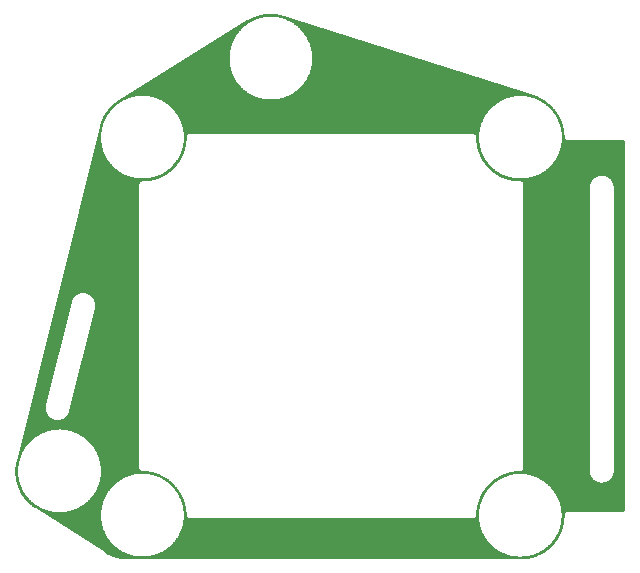
<source format=gtl>
G04 Layer: TopLayer*
G04 EasyEDA v6.4.2, 2020-07-29T20:00:14+08:00*
G04 a4d3a70eaac246dab60b55038e04b420,fed530592efb474aaabf7115e2e2b964,NaN*
G04 Gerber Generator version 0.2*
G04 Scale: 100 percent, Rotated: No, Reflected: No *
G04 Dimensions in millimeters *
G04 leading zeros omitted , absolute positions ,3 integer and 3 decimal *
%FSLAX33Y33*%
%MOMM*%
G90*
G71D02*

%ADD11C,0.599999*%

%LPD*%
G36*
G01X21947Y46445D02*
G01X21859Y46446D01*
G01X21769Y46445D01*
G01X21679Y46441D01*
G01X21589Y46436D01*
G01X21499Y46428D01*
G01X21410Y46419D01*
G01X21320Y46406D01*
G01X21232Y46392D01*
G01X21143Y46376D01*
G01X21054Y46358D01*
G01X20967Y46337D01*
G01X20879Y46315D01*
G01X20793Y46290D01*
G01X20707Y46264D01*
G01X20621Y46235D01*
G01X20537Y46204D01*
G01X20452Y46171D01*
G01X20369Y46136D01*
G01X20287Y46099D01*
G01X20206Y46061D01*
G01X20125Y46020D01*
G01X20046Y45977D01*
G01X19968Y45933D01*
G01X19890Y45886D01*
G01X9054Y39183D01*
G01X8980Y39136D01*
G01X8906Y39088D01*
G01X8835Y39037D01*
G01X8764Y38985D01*
G01X8695Y38931D01*
G01X8627Y38876D01*
G01X8560Y38819D01*
G01X8495Y38761D01*
G01X8431Y38701D01*
G01X8368Y38639D01*
G01X8307Y38577D01*
G01X8248Y38512D01*
G01X8190Y38447D01*
G01X8133Y38380D01*
G01X8078Y38311D01*
G01X8025Y38241D01*
G01X7973Y38171D01*
G01X7923Y38099D01*
G01X7875Y38025D01*
G01X7828Y37951D01*
G01X7783Y37876D01*
G01X7699Y37722D01*
G01X7660Y37644D01*
G01X7622Y37565D01*
G01X7587Y37484D01*
G01X7553Y37404D01*
G01X7521Y37322D01*
G01X7491Y37240D01*
G01X7463Y37157D01*
G01X7436Y37073D01*
G01X7412Y36989D01*
G01X7390Y36904D01*
G01X7390Y36902D01*
G01X366Y8624D01*
G01X366Y8622D01*
G01X345Y8534D01*
G01X326Y8445D01*
G01X310Y8356D01*
G01X296Y8266D01*
G01X284Y8176D01*
G01X273Y8085D01*
G01X266Y7995D01*
G01X260Y7904D01*
G01X257Y7813D01*
G01X256Y7722D01*
G01X257Y7635D01*
G01X260Y7548D01*
G01X265Y7460D01*
G01X272Y7373D01*
G01X282Y7286D01*
G01X293Y7200D01*
G01X306Y7113D01*
G01X321Y7027D01*
G01X338Y6941D01*
G01X358Y6856D01*
G01X379Y6772D01*
G01X402Y6687D01*
G01X427Y6604D01*
G01X454Y6520D01*
G01X483Y6438D01*
G01X514Y6356D01*
G01X547Y6275D01*
G01X582Y6195D01*
G01X618Y6116D01*
G01X656Y6037D01*
G01X697Y5960D01*
G01X739Y5883D01*
G01X782Y5808D01*
G01X828Y5733D01*
G01X875Y5660D01*
G01X925Y5587D01*
G01X975Y5516D01*
G01X1027Y5446D01*
G01X1081Y5377D01*
G01X1137Y5310D01*
G01X1194Y5244D01*
G01X1252Y5179D01*
G01X1313Y5116D01*
G01X1374Y5054D01*
G01X1437Y4993D01*
G01X1502Y4934D01*
G01X1567Y4876D01*
G01X1634Y4821D01*
G01X1703Y4766D01*
G01X1773Y4713D01*
G01X1843Y4662D01*
G01X1915Y4613D01*
G01X1988Y4565D01*
G01X1992Y4563D01*
G01X7834Y842D01*
G01X7838Y839D01*
G01X7839Y838D01*
G01X7914Y792D01*
G01X7990Y747D01*
G01X8067Y705D01*
G01X8145Y664D01*
G01X8224Y624D01*
G01X8304Y587D01*
G01X8385Y552D01*
G01X8466Y519D01*
G01X8549Y487D01*
G01X8632Y458D01*
G01X8716Y430D01*
G01X8800Y405D01*
G01X8885Y381D01*
G01X8971Y359D01*
G01X9057Y340D01*
G01X9143Y322D01*
G01X9230Y307D01*
G01X9317Y293D01*
G01X9404Y282D01*
G01X9492Y272D01*
G01X9580Y265D01*
G01X9668Y260D01*
G01X9756Y257D01*
G01X9844Y256D01*
G01X43023Y256D01*
G01X43111Y257D01*
G01X43198Y260D01*
G01X43286Y265D01*
G01X43373Y272D01*
G01X43461Y282D01*
G01X43547Y293D01*
G01X43634Y306D01*
G01X43721Y322D01*
G01X43807Y339D01*
G01X43892Y358D01*
G01X43977Y380D01*
G01X44062Y403D01*
G01X44146Y428D01*
G01X44230Y456D01*
G01X44312Y485D01*
G01X44394Y516D01*
G01X44476Y549D01*
G01X44556Y584D01*
G01X44636Y621D01*
G01X44714Y660D01*
G01X44792Y701D01*
G01X44869Y743D01*
G01X44945Y787D01*
G01X45020Y833D01*
G01X45093Y881D01*
G01X45166Y930D01*
G01X45237Y981D01*
G01X45307Y1034D01*
G01X45376Y1088D01*
G01X45444Y1144D01*
G01X45510Y1202D01*
G01X45575Y1261D01*
G01X45638Y1321D01*
G01X45700Y1383D01*
G01X45761Y1447D01*
G01X45820Y1512D01*
G01X45878Y1579D01*
G01X45934Y1646D01*
G01X45988Y1715D01*
G01X46041Y1785D01*
G01X46092Y1856D01*
G01X46141Y1929D01*
G01X46189Y2003D01*
G01X46235Y2077D01*
G01X46279Y2153D01*
G01X46322Y2230D01*
G01X46362Y2308D01*
G01X46401Y2387D01*
G01X46438Y2466D01*
G01X46506Y2628D01*
G01X46537Y2710D01*
G01X46566Y2793D01*
G01X46593Y2876D01*
G01X46619Y2960D01*
G01X46642Y3045D01*
G01X46664Y3130D01*
G01X46683Y3215D01*
G01X46701Y3302D01*
G01X46716Y3388D01*
G01X46729Y3474D01*
G01X46740Y3562D01*
G01X46750Y3649D01*
G01X46757Y3737D01*
G01X46762Y3824D01*
G01X46765Y3912D01*
G01X46766Y4000D01*
G01X46767Y4023D01*
G01X46771Y4046D01*
G01X46776Y4070D01*
G01X46783Y4092D01*
G01X46793Y4114D01*
G01X46805Y4135D01*
G01X46818Y4154D01*
G01X46833Y4172D01*
G01X46850Y4189D01*
G01X46868Y4204D01*
G01X46888Y4218D01*
G01X46908Y4229D01*
G01X46930Y4239D01*
G01X46953Y4246D01*
G01X46975Y4252D01*
G01X46999Y4255D01*
G01X47023Y4256D01*
G01X51744Y4256D01*
G01X51758Y4257D01*
G01X51772Y4260D01*
G01X51786Y4265D01*
G01X51798Y4272D01*
G01X51810Y4281D01*
G01X51820Y4291D01*
G01X51829Y4302D01*
G01X51836Y4316D01*
G01X51841Y4329D01*
G01X51844Y4343D01*
G01X51845Y4358D01*
G01X51845Y35641D01*
G01X51844Y35656D01*
G01X51841Y35670D01*
G01X51836Y35684D01*
G01X51829Y35696D01*
G01X51820Y35708D01*
G01X51810Y35718D01*
G01X51798Y35727D01*
G01X51786Y35734D01*
G01X51772Y35739D01*
G01X51758Y35742D01*
G01X51744Y35743D01*
G01X47023Y35743D01*
G01X46999Y35744D01*
G01X46975Y35747D01*
G01X46953Y35753D01*
G01X46930Y35760D01*
G01X46908Y35770D01*
G01X46888Y35781D01*
G01X46868Y35795D01*
G01X46850Y35810D01*
G01X46833Y35827D01*
G01X46818Y35845D01*
G01X46805Y35864D01*
G01X46793Y35885D01*
G01X46783Y35907D01*
G01X46776Y35929D01*
G01X46771Y35952D01*
G01X46767Y35976D01*
G01X46766Y36000D01*
G01X46765Y36087D01*
G01X46762Y36175D01*
G01X46757Y36262D01*
G01X46750Y36350D01*
G01X46741Y36436D01*
G01X46729Y36523D01*
G01X46716Y36610D01*
G01X46701Y36697D01*
G01X46683Y36782D01*
G01X46664Y36868D01*
G01X46643Y36953D01*
G01X46619Y37037D01*
G01X46594Y37121D01*
G01X46567Y37205D01*
G01X46538Y37287D01*
G01X46507Y37369D01*
G01X46474Y37450D01*
G01X46438Y37531D01*
G01X46402Y37610D01*
G01X46363Y37689D01*
G01X46323Y37766D01*
G01X46280Y37843D01*
G01X46236Y37919D01*
G01X46191Y37993D01*
G01X46143Y38067D01*
G01X46094Y38140D01*
G01X46043Y38211D01*
G01X45990Y38281D01*
G01X45936Y38350D01*
G01X45880Y38418D01*
G01X45823Y38484D01*
G01X45764Y38549D01*
G01X45703Y38612D01*
G01X45642Y38674D01*
G01X45578Y38735D01*
G01X45514Y38794D01*
G01X45447Y38851D01*
G01X45380Y38907D01*
G01X45311Y38962D01*
G01X45242Y39015D01*
G01X45098Y39115D01*
G01X45025Y39163D01*
G01X44950Y39209D01*
G01X44874Y39253D01*
G01X44798Y39295D01*
G01X44720Y39336D01*
G01X44641Y39375D01*
G01X44562Y39412D01*
G01X44482Y39447D01*
G01X44400Y39480D01*
G01X44319Y39511D01*
G01X44236Y39541D01*
G01X44153Y39568D01*
G01X44149Y39569D01*
G01X44147Y39570D01*
G01X22990Y46271D01*
G01X22986Y46272D01*
G01X22984Y46273D01*
G01X22984Y46272D01*
G01X22900Y46298D01*
G01X22815Y46322D01*
G01X22730Y46343D01*
G01X22645Y46362D01*
G01X22558Y46380D01*
G01X22472Y46395D01*
G01X22385Y46409D01*
G01X22298Y46420D01*
G01X22210Y46429D01*
G01X22123Y46436D01*
G01X22035Y46442D01*
G01X21947Y46445D01*
G37*

%LPC*%
G36*
G01X43098Y7494D02*
G01X43014Y7495D01*
G01X42929Y7494D01*
G01X42845Y7491D01*
G01X42761Y7486D01*
G01X42676Y7478D01*
G01X42592Y7469D01*
G01X42508Y7458D01*
G01X42425Y7445D01*
G01X42341Y7429D01*
G01X42259Y7412D01*
G01X42176Y7393D01*
G01X42095Y7372D01*
G01X42013Y7348D01*
G01X41933Y7323D01*
G01X41852Y7296D01*
G01X41773Y7267D01*
G01X41694Y7236D01*
G01X41616Y7204D01*
G01X41539Y7169D01*
G01X41463Y7132D01*
G01X41387Y7094D01*
G01X41313Y7054D01*
G01X41240Y7012D01*
G01X41167Y6968D01*
G01X41096Y6922D01*
G01X41026Y6875D01*
G01X40957Y6826D01*
G01X40889Y6776D01*
G01X40823Y6724D01*
G01X40757Y6670D01*
G01X40693Y6614D01*
G01X40630Y6557D01*
G01X40569Y6499D01*
G01X40509Y6440D01*
G01X40451Y6378D01*
G01X40394Y6316D01*
G01X40339Y6252D01*
G01X40285Y6186D01*
G01X40233Y6120D01*
G01X40182Y6052D01*
G01X40134Y5983D01*
G01X40086Y5913D01*
G01X40041Y5841D01*
G01X39997Y5769D01*
G01X39955Y5695D01*
G01X39915Y5621D01*
G01X39877Y5546D01*
G01X39840Y5469D01*
G01X39805Y5393D01*
G01X39772Y5314D01*
G01X39741Y5236D01*
G01X39685Y5076D01*
G01X39660Y4995D01*
G01X39637Y4914D01*
G01X39616Y4832D01*
G01X39596Y4750D01*
G01X39579Y4667D01*
G01X39564Y4584D01*
G01X39550Y4501D01*
G01X39539Y4417D01*
G01X39530Y4332D01*
G01X39523Y4248D01*
G01X39518Y4164D01*
G01X39515Y4079D01*
G01X39514Y3995D01*
G01X39515Y3910D01*
G01X39518Y3825D01*
G01X39523Y3741D01*
G01X39530Y3657D01*
G01X39539Y3573D01*
G01X39550Y3489D01*
G01X39564Y3405D01*
G01X39579Y3322D01*
G01X39596Y3240D01*
G01X39616Y3157D01*
G01X39637Y3076D01*
G01X39660Y2994D01*
G01X39685Y2914D01*
G01X39712Y2833D01*
G01X39741Y2754D01*
G01X39772Y2675D01*
G01X39805Y2597D01*
G01X39840Y2520D01*
G01X39876Y2444D01*
G01X39915Y2368D01*
G01X39955Y2294D01*
G01X39997Y2221D01*
G01X40041Y2148D01*
G01X40086Y2077D01*
G01X40133Y2007D01*
G01X40182Y1938D01*
G01X40233Y1870D01*
G01X40285Y1804D01*
G01X40338Y1738D01*
G01X40394Y1674D01*
G01X40451Y1612D01*
G01X40509Y1550D01*
G01X40569Y1491D01*
G01X40630Y1432D01*
G01X40692Y1375D01*
G01X40756Y1320D01*
G01X40822Y1266D01*
G01X40888Y1214D01*
G01X40956Y1163D01*
G01X41025Y1115D01*
G01X41095Y1067D01*
G01X41166Y1022D01*
G01X41239Y978D01*
G01X41312Y936D01*
G01X41386Y896D01*
G01X41462Y858D01*
G01X41538Y821D01*
G01X41616Y786D01*
G01X41693Y754D01*
G01X41772Y723D01*
G01X41851Y694D01*
G01X41931Y666D01*
G01X42012Y641D01*
G01X42094Y618D01*
G01X42175Y597D01*
G01X42258Y577D01*
G01X42340Y560D01*
G01X42424Y545D01*
G01X42507Y532D01*
G01X42591Y520D01*
G01X42675Y511D01*
G01X42759Y504D01*
G01X42843Y499D01*
G01X42928Y495D01*
G01X43013Y494D01*
G01X43015Y494D01*
G01X43100Y495D01*
G01X43184Y499D01*
G01X43269Y504D01*
G01X43353Y511D01*
G01X43437Y520D01*
G01X43521Y532D01*
G01X43604Y545D01*
G01X43688Y560D01*
G01X43770Y577D01*
G01X43853Y597D01*
G01X43935Y618D01*
G01X44016Y641D01*
G01X44097Y666D01*
G01X44176Y694D01*
G01X44256Y723D01*
G01X44335Y754D01*
G01X44413Y786D01*
G01X44490Y821D01*
G01X44566Y858D01*
G01X44641Y896D01*
G01X44716Y936D01*
G01X44789Y978D01*
G01X44861Y1022D01*
G01X44933Y1067D01*
G01X45003Y1115D01*
G01X45072Y1163D01*
G01X45140Y1214D01*
G01X45206Y1266D01*
G01X45272Y1320D01*
G01X45336Y1375D01*
G01X45398Y1432D01*
G01X45459Y1491D01*
G01X45519Y1550D01*
G01X45577Y1612D01*
G01X45634Y1674D01*
G01X45689Y1738D01*
G01X45743Y1804D01*
G01X45795Y1870D01*
G01X45846Y1938D01*
G01X45894Y2007D01*
G01X45942Y2077D01*
G01X45987Y2148D01*
G01X46031Y2221D01*
G01X46073Y2294D01*
G01X46113Y2368D01*
G01X46151Y2444D01*
G01X46188Y2520D01*
G01X46223Y2597D01*
G01X46256Y2675D01*
G01X46287Y2754D01*
G01X46316Y2833D01*
G01X46342Y2914D01*
G01X46368Y2994D01*
G01X46391Y3076D01*
G01X46412Y3157D01*
G01X46431Y3240D01*
G01X46449Y3322D01*
G01X46464Y3405D01*
G01X46477Y3489D01*
G01X46488Y3573D01*
G01X46497Y3657D01*
G01X46505Y3741D01*
G01X46510Y3825D01*
G01X46513Y3910D01*
G01X46514Y3995D01*
G01X46513Y4079D01*
G01X46510Y4164D01*
G01X46505Y4248D01*
G01X46497Y4332D01*
G01X46488Y4417D01*
G01X46477Y4501D01*
G01X46464Y4584D01*
G01X46449Y4667D01*
G01X46431Y4750D01*
G01X46412Y4832D01*
G01X46391Y4914D01*
G01X46368Y4995D01*
G01X46342Y5076D01*
G01X46316Y5156D01*
G01X46287Y5236D01*
G01X46256Y5314D01*
G01X46223Y5393D01*
G01X46188Y5469D01*
G01X46151Y5546D01*
G01X46113Y5621D01*
G01X46073Y5695D01*
G01X46031Y5769D01*
G01X45987Y5841D01*
G01X45942Y5913D01*
G01X45894Y5983D01*
G01X45846Y6052D01*
G01X45795Y6120D01*
G01X45743Y6186D01*
G01X45689Y6252D01*
G01X45634Y6316D01*
G01X45577Y6378D01*
G01X45518Y6440D01*
G01X45459Y6499D01*
G01X45398Y6557D01*
G01X45335Y6614D01*
G01X45271Y6670D01*
G01X45206Y6724D01*
G01X45139Y6776D01*
G01X45071Y6826D01*
G01X45002Y6875D01*
G01X44932Y6922D01*
G01X44861Y6968D01*
G01X44788Y7012D01*
G01X44715Y7054D01*
G01X44641Y7094D01*
G01X44565Y7132D01*
G01X44489Y7169D01*
G01X44412Y7204D01*
G01X44334Y7236D01*
G01X44255Y7267D01*
G01X44176Y7296D01*
G01X44096Y7323D01*
G01X44015Y7348D01*
G01X43934Y7372D01*
G01X43852Y7393D01*
G01X43769Y7412D01*
G01X43686Y7429D01*
G01X43603Y7445D01*
G01X43519Y7458D01*
G01X43436Y7469D01*
G01X43352Y7478D01*
G01X43268Y7486D01*
G01X43183Y7491D01*
G01X43098Y7494D01*
G37*
G36*
G01X11109Y7513D02*
G01X11024Y7514D01*
G01X10939Y7513D01*
G01X10855Y7510D01*
G01X10770Y7505D01*
G01X10686Y7498D01*
G01X10602Y7489D01*
G01X10518Y7478D01*
G01X10435Y7465D01*
G01X10352Y7449D01*
G01X10269Y7432D01*
G01X10187Y7413D01*
G01X10104Y7392D01*
G01X10023Y7369D01*
G01X9942Y7343D01*
G01X9862Y7316D01*
G01X9783Y7287D01*
G01X9704Y7256D01*
G01X9626Y7223D01*
G01X9549Y7189D01*
G01X9473Y7152D01*
G01X9398Y7114D01*
G01X9323Y7074D01*
G01X9177Y6988D01*
G01X9106Y6942D01*
G01X9036Y6895D01*
G01X8967Y6846D01*
G01X8899Y6796D01*
G01X8832Y6743D01*
G01X8767Y6690D01*
G01X8703Y6635D01*
G01X8640Y6578D01*
G01X8579Y6519D01*
G01X8519Y6459D01*
G01X8461Y6398D01*
G01X8404Y6335D01*
G01X8349Y6271D01*
G01X8295Y6206D01*
G01X8243Y6140D01*
G01X8193Y6072D01*
G01X8143Y6003D01*
G01X8096Y5933D01*
G01X8051Y5861D01*
G01X8007Y5789D01*
G01X7965Y5716D01*
G01X7925Y5641D01*
G01X7886Y5566D01*
G01X7850Y5490D01*
G01X7815Y5412D01*
G01X7782Y5335D01*
G01X7751Y5256D01*
G01X7722Y5176D01*
G01X7695Y5096D01*
G01X7670Y5016D01*
G01X7647Y4934D01*
G01X7626Y4852D01*
G01X7606Y4770D01*
G01X7589Y4687D01*
G01X7574Y4604D01*
G01X7561Y4520D01*
G01X7550Y4437D01*
G01X7540Y4352D01*
G01X7533Y4268D01*
G01X7528Y4184D01*
G01X7525Y4099D01*
G01X7524Y4014D01*
G01X7525Y3930D01*
G01X7528Y3846D01*
G01X7533Y3761D01*
G01X7540Y3677D01*
G01X7550Y3593D01*
G01X7561Y3509D01*
G01X7574Y3426D01*
G01X7589Y3342D01*
G01X7606Y3259D01*
G01X7626Y3177D01*
G01X7647Y3095D01*
G01X7670Y3014D01*
G01X7695Y2933D01*
G01X7722Y2853D01*
G01X7751Y2774D01*
G01X7782Y2695D01*
G01X7815Y2617D01*
G01X7850Y2540D01*
G01X7886Y2464D01*
G01X7925Y2388D01*
G01X7965Y2314D01*
G01X8007Y2240D01*
G01X8050Y2168D01*
G01X8096Y2097D01*
G01X8143Y2027D01*
G01X8192Y1958D01*
G01X8242Y1890D01*
G01X8295Y1823D01*
G01X8349Y1758D01*
G01X8404Y1694D01*
G01X8460Y1631D01*
G01X8519Y1570D01*
G01X8579Y1510D01*
G01X8640Y1452D01*
G01X8703Y1395D01*
G01X8767Y1340D01*
G01X8832Y1286D01*
G01X8898Y1234D01*
G01X8966Y1183D01*
G01X9035Y1135D01*
G01X9105Y1087D01*
G01X9177Y1042D01*
G01X9249Y998D01*
G01X9322Y956D01*
G01X9397Y916D01*
G01X9472Y877D01*
G01X9548Y841D01*
G01X9625Y806D01*
G01X9703Y773D01*
G01X9782Y742D01*
G01X9861Y713D01*
G01X9941Y686D01*
G01X10022Y661D01*
G01X10103Y638D01*
G01X10186Y616D01*
G01X10268Y597D01*
G01X10351Y580D01*
G01X10433Y565D01*
G01X10517Y551D01*
G01X10601Y540D01*
G01X10685Y531D01*
G01X10769Y524D01*
G01X10854Y519D01*
G01X10938Y516D01*
G01X11023Y515D01*
G01X11025Y515D01*
G01X11110Y516D01*
G01X11194Y519D01*
G01X11279Y524D01*
G01X11363Y531D01*
G01X11447Y540D01*
G01X11531Y551D01*
G01X11615Y565D01*
G01X11697Y580D01*
G01X11780Y597D01*
G01X11862Y616D01*
G01X11944Y638D01*
G01X12026Y661D01*
G01X12106Y686D01*
G01X12187Y713D01*
G01X12266Y742D01*
G01X12345Y773D01*
G01X12423Y806D01*
G01X12499Y841D01*
G01X12576Y877D01*
G01X12651Y916D01*
G01X12726Y956D01*
G01X12799Y998D01*
G01X12871Y1042D01*
G01X12942Y1087D01*
G01X13013Y1135D01*
G01X13082Y1183D01*
G01X13150Y1234D01*
G01X13216Y1286D01*
G01X13281Y1340D01*
G01X13345Y1395D01*
G01X13408Y1452D01*
G01X13469Y1510D01*
G01X13529Y1570D01*
G01X13587Y1631D01*
G01X13644Y1694D01*
G01X13699Y1758D01*
G01X13753Y1823D01*
G01X13806Y1890D01*
G01X13856Y1958D01*
G01X13905Y2027D01*
G01X13952Y2097D01*
G01X13998Y2168D01*
G01X14041Y2240D01*
G01X14083Y2314D01*
G01X14123Y2388D01*
G01X14162Y2464D01*
G01X14198Y2540D01*
G01X14233Y2617D01*
G01X14266Y2695D01*
G01X14297Y2774D01*
G01X14326Y2853D01*
G01X14353Y2933D01*
G01X14378Y3014D01*
G01X14401Y3095D01*
G01X14422Y3177D01*
G01X14442Y3259D01*
G01X14459Y3342D01*
G01X14474Y3426D01*
G01X14487Y3509D01*
G01X14498Y3593D01*
G01X14508Y3677D01*
G01X14515Y3761D01*
G01X14520Y3846D01*
G01X14523Y3930D01*
G01X14524Y4014D01*
G01X14523Y4099D01*
G01X14520Y4184D01*
G01X14515Y4268D01*
G01X14508Y4352D01*
G01X14498Y4437D01*
G01X14487Y4520D01*
G01X14474Y4604D01*
G01X14459Y4687D01*
G01X14442Y4770D01*
G01X14422Y4852D01*
G01X14401Y4934D01*
G01X14378Y5016D01*
G01X14353Y5096D01*
G01X14326Y5176D01*
G01X14296Y5256D01*
G01X14266Y5335D01*
G01X14233Y5412D01*
G01X14198Y5490D01*
G01X14162Y5566D01*
G01X14123Y5641D01*
G01X14083Y5716D01*
G01X14041Y5789D01*
G01X13997Y5861D01*
G01X13952Y5933D01*
G01X13905Y6003D01*
G01X13855Y6072D01*
G01X13805Y6140D01*
G01X13753Y6206D01*
G01X13699Y6271D01*
G01X13644Y6335D01*
G01X13587Y6398D01*
G01X13529Y6459D01*
G01X13469Y6519D01*
G01X13407Y6578D01*
G01X13345Y6635D01*
G01X13281Y6690D01*
G01X13216Y6743D01*
G01X13149Y6796D01*
G01X13081Y6846D01*
G01X13012Y6895D01*
G01X12942Y6942D01*
G01X12871Y6988D01*
G01X12725Y7074D01*
G01X12650Y7114D01*
G01X12575Y7152D01*
G01X12499Y7189D01*
G01X12422Y7223D01*
G01X12344Y7256D01*
G01X12265Y7287D01*
G01X12186Y7316D01*
G01X12105Y7343D01*
G01X12025Y7369D01*
G01X11943Y7392D01*
G01X11861Y7413D01*
G01X11779Y7432D01*
G01X11696Y7449D01*
G01X11613Y7465D01*
G01X11530Y7478D01*
G01X11446Y7489D01*
G01X11362Y7498D01*
G01X11278Y7505D01*
G01X11193Y7510D01*
G01X11109Y7513D01*
G37*
G36*
G01X39023Y36256D02*
G01X15023Y36256D01*
G01X14999Y36255D01*
G01X14975Y36252D01*
G01X14953Y36246D01*
G01X14930Y36239D01*
G01X14908Y36229D01*
G01X14888Y36218D01*
G01X14868Y36204D01*
G01X14850Y36189D01*
G01X14833Y36172D01*
G01X14818Y36154D01*
G01X14804Y36135D01*
G01X14793Y36114D01*
G01X14783Y36092D01*
G01X14776Y36070D01*
G01X14770Y36047D01*
G01X14767Y36023D01*
G01X14766Y36000D01*
G01X14765Y35912D01*
G01X14762Y35824D01*
G01X14757Y35736D01*
G01X14749Y35649D01*
G01X14740Y35562D01*
G01X14729Y35475D01*
G01X14716Y35388D01*
G01X14701Y35302D01*
G01X14683Y35215D01*
G01X14664Y35130D01*
G01X14642Y35045D01*
G01X14619Y34960D01*
G01X14593Y34876D01*
G01X14566Y34793D01*
G01X14537Y34710D01*
G01X14506Y34628D01*
G01X14473Y34547D01*
G01X14438Y34466D01*
G01X14401Y34387D01*
G01X14362Y34308D01*
G01X14322Y34230D01*
G01X14279Y34153D01*
G01X14235Y34077D01*
G01X14189Y34003D01*
G01X14141Y33929D01*
G01X14092Y33856D01*
G01X14041Y33785D01*
G01X13988Y33715D01*
G01X13934Y33646D01*
G01X13878Y33578D01*
G01X13820Y33512D01*
G01X13761Y33447D01*
G01X13700Y33384D01*
G01X13638Y33321D01*
G01X13575Y33261D01*
G01X13510Y33202D01*
G01X13444Y33145D01*
G01X13376Y33088D01*
G01X13307Y33034D01*
G01X13237Y32982D01*
G01X13166Y32930D01*
G01X13093Y32881D01*
G01X13020Y32833D01*
G01X12945Y32787D01*
G01X12869Y32743D01*
G01X12792Y32701D01*
G01X12714Y32660D01*
G01X12636Y32621D01*
G01X12556Y32584D01*
G01X12476Y32549D01*
G01X12394Y32516D01*
G01X12312Y32485D01*
G01X12229Y32456D01*
G01X12146Y32428D01*
G01X12062Y32403D01*
G01X11977Y32380D01*
G01X11892Y32358D01*
G01X11807Y32339D01*
G01X11721Y32322D01*
G01X11634Y32306D01*
G01X11547Y32293D01*
G01X11461Y32282D01*
G01X11373Y32272D01*
G01X11286Y32265D01*
G01X11198Y32260D01*
G01X11111Y32257D01*
G01X11023Y32256D01*
G01X10999Y32255D01*
G01X10975Y32252D01*
G01X10953Y32246D01*
G01X10930Y32239D01*
G01X10908Y32229D01*
G01X10888Y32218D01*
G01X10868Y32204D01*
G01X10850Y32189D01*
G01X10833Y32172D01*
G01X10818Y32154D01*
G01X10804Y32135D01*
G01X10793Y32114D01*
G01X10783Y32092D01*
G01X10776Y32070D01*
G01X10770Y32047D01*
G01X10767Y32023D01*
G01X10766Y32000D01*
G01X10766Y8000D01*
G01X10767Y7976D01*
G01X10770Y7952D01*
G01X10776Y7930D01*
G01X10783Y7907D01*
G01X10793Y7885D01*
G01X10804Y7865D01*
G01X10818Y7845D01*
G01X10833Y7826D01*
G01X10850Y7810D01*
G01X10868Y7795D01*
G01X10888Y7781D01*
G01X10908Y7770D01*
G01X10930Y7760D01*
G01X10953Y7753D01*
G01X10975Y7747D01*
G01X10999Y7744D01*
G01X11023Y7743D01*
G01X11111Y7742D01*
G01X11198Y7739D01*
G01X11286Y7733D01*
G01X11373Y7726D01*
G01X11461Y7717D01*
G01X11547Y7706D01*
G01X11634Y7693D01*
G01X11721Y7677D01*
G01X11807Y7660D01*
G01X11892Y7640D01*
G01X11977Y7619D01*
G01X12062Y7596D01*
G01X12146Y7570D01*
G01X12229Y7543D01*
G01X12312Y7514D01*
G01X12394Y7482D01*
G01X12476Y7449D01*
G01X12556Y7414D01*
G01X12636Y7378D01*
G01X12714Y7339D01*
G01X12792Y7298D01*
G01X12869Y7256D01*
G01X12945Y7212D01*
G01X13020Y7166D01*
G01X13093Y7118D01*
G01X13166Y7068D01*
G01X13237Y7018D01*
G01X13307Y6965D01*
G01X13376Y6910D01*
G01X13444Y6855D01*
G01X13510Y6797D01*
G01X13575Y6738D01*
G01X13638Y6677D01*
G01X13700Y6615D01*
G01X13761Y6552D01*
G01X13820Y6487D01*
G01X13878Y6421D01*
G01X13934Y6353D01*
G01X13988Y6284D01*
G01X14041Y6214D01*
G01X14092Y6142D01*
G01X14141Y6070D01*
G01X14189Y5997D01*
G01X14235Y5921D01*
G01X14279Y5846D01*
G01X14322Y5769D01*
G01X14362Y5691D01*
G01X14401Y5613D01*
G01X14438Y5533D01*
G01X14473Y5453D01*
G01X14506Y5371D01*
G01X14537Y5289D01*
G01X14566Y5206D01*
G01X14593Y5123D01*
G01X14619Y5039D01*
G01X14642Y4954D01*
G01X14664Y4869D01*
G01X14683Y4783D01*
G01X14701Y4698D01*
G01X14716Y4611D01*
G01X14729Y4524D01*
G01X14740Y4438D01*
G01X14749Y4350D01*
G01X14757Y4263D01*
G01X14762Y4175D01*
G01X14765Y4087D01*
G01X14766Y4000D01*
G01X14767Y3975D01*
G01X14771Y3951D01*
G01X14776Y3928D01*
G01X14784Y3905D01*
G01X14794Y3882D01*
G01X14806Y3861D01*
G01X14836Y3823D01*
G01X14854Y3806D01*
G01X14873Y3791D01*
G01X14893Y3778D01*
G01X14915Y3767D01*
G01X14937Y3757D01*
G01X14960Y3751D01*
G01X14991Y3745D01*
G01X15023Y3743D01*
G01X39023Y3743D01*
G01X39047Y3744D01*
G01X39070Y3747D01*
G01X39093Y3753D01*
G01X39116Y3760D01*
G01X39137Y3770D01*
G01X39158Y3781D01*
G01X39177Y3795D01*
G01X39195Y3810D01*
G01X39212Y3826D01*
G01X39227Y3845D01*
G01X39241Y3865D01*
G01X39252Y3885D01*
G01X39262Y3907D01*
G01X39270Y3929D01*
G01X39275Y3952D01*
G01X39278Y3976D01*
G01X39279Y4000D01*
G01X39279Y4008D01*
G01X39280Y4096D01*
G01X39284Y4183D01*
G01X39289Y4270D01*
G01X39296Y4358D01*
G01X39306Y4445D01*
G01X39317Y4532D01*
G01X39331Y4618D01*
G01X39346Y4705D01*
G01X39364Y4791D01*
G01X39383Y4876D01*
G01X39405Y4961D01*
G01X39428Y5046D01*
G01X39453Y5129D01*
G01X39481Y5212D01*
G01X39510Y5295D01*
G01X39542Y5377D01*
G01X39575Y5458D01*
G01X39610Y5538D01*
G01X39647Y5618D01*
G01X39686Y5696D01*
G01X39726Y5774D01*
G01X39769Y5851D01*
G01X39813Y5926D01*
G01X39859Y6001D01*
G01X39907Y6074D01*
G01X39956Y6147D01*
G01X40007Y6218D01*
G01X40060Y6288D01*
G01X40114Y6357D01*
G01X40171Y6424D01*
G01X40228Y6490D01*
G01X40287Y6555D01*
G01X40348Y6618D01*
G01X40410Y6680D01*
G01X40473Y6741D01*
G01X40538Y6800D01*
G01X40604Y6857D01*
G01X40672Y6913D01*
G01X40741Y6967D01*
G01X40811Y7020D01*
G01X40882Y7071D01*
G01X40955Y7120D01*
G01X41028Y7168D01*
G01X41103Y7213D01*
G01X41179Y7257D01*
G01X41255Y7300D01*
G01X41333Y7340D01*
G01X41412Y7379D01*
G01X41492Y7415D01*
G01X41572Y7450D01*
G01X41653Y7484D01*
G01X41735Y7514D01*
G01X41818Y7543D01*
G01X41901Y7571D01*
G01X41985Y7596D01*
G01X42069Y7620D01*
G01X42154Y7641D01*
G01X42240Y7660D01*
G01X42326Y7678D01*
G01X42412Y7693D01*
G01X42498Y7706D01*
G01X42585Y7717D01*
G01X42673Y7726D01*
G01X42760Y7734D01*
G01X42847Y7739D01*
G01X42935Y7742D01*
G01X43023Y7743D01*
G01X43047Y7744D01*
G01X43070Y7747D01*
G01X43093Y7753D01*
G01X43115Y7760D01*
G01X43137Y7770D01*
G01X43158Y7781D01*
G01X43177Y7795D01*
G01X43195Y7810D01*
G01X43212Y7826D01*
G01X43227Y7845D01*
G01X43241Y7865D01*
G01X43252Y7885D01*
G01X43262Y7907D01*
G01X43270Y7930D01*
G01X43275Y7952D01*
G01X43278Y7976D01*
G01X43279Y8000D01*
G01X43279Y32000D01*
G01X43278Y32023D01*
G01X43275Y32047D01*
G01X43270Y32070D01*
G01X43262Y32092D01*
G01X43252Y32114D01*
G01X43241Y32135D01*
G01X43227Y32154D01*
G01X43212Y32172D01*
G01X43195Y32189D01*
G01X43177Y32204D01*
G01X43158Y32218D01*
G01X43137Y32229D01*
G01X43115Y32239D01*
G01X43093Y32246D01*
G01X43070Y32252D01*
G01X43047Y32255D01*
G01X43023Y32256D01*
G01X42935Y32257D01*
G01X42847Y32260D01*
G01X42760Y32265D01*
G01X42673Y32272D01*
G01X42585Y32282D01*
G01X42498Y32293D01*
G01X42412Y32306D01*
G01X42326Y32322D01*
G01X42240Y32339D01*
G01X42154Y32358D01*
G01X42069Y32380D01*
G01X41985Y32403D01*
G01X41901Y32428D01*
G01X41818Y32455D01*
G01X41735Y32485D01*
G01X41653Y32516D01*
G01X41572Y32549D01*
G01X41492Y32583D01*
G01X41412Y32620D01*
G01X41333Y32659D01*
G01X41255Y32700D01*
G01X41179Y32742D01*
G01X41103Y32786D01*
G01X41028Y32832D01*
G01X40955Y32879D01*
G01X40882Y32928D01*
G01X40811Y32980D01*
G01X40741Y33032D01*
G01X40672Y33086D01*
G01X40604Y33142D01*
G01X40538Y33199D01*
G01X40473Y33258D01*
G01X40410Y33319D01*
G01X40348Y33381D01*
G01X40287Y33444D01*
G01X40228Y33509D01*
G01X40171Y33575D01*
G01X40114Y33642D01*
G01X40060Y33711D01*
G01X40007Y33781D01*
G01X39956Y33852D01*
G01X39907Y33924D01*
G01X39859Y33998D01*
G01X39813Y34073D01*
G01X39769Y34148D01*
G01X39726Y34225D01*
G01X39686Y34302D01*
G01X39647Y34381D01*
G01X39610Y34461D01*
G01X39575Y34541D01*
G01X39542Y34622D01*
G01X39510Y34704D01*
G01X39481Y34786D01*
G01X39454Y34870D01*
G01X39428Y34954D01*
G01X39405Y35038D01*
G01X39383Y35123D01*
G01X39364Y35208D01*
G01X39346Y35294D01*
G01X39331Y35380D01*
G01X39317Y35467D01*
G01X39306Y35554D01*
G01X39296Y35641D01*
G01X39289Y35728D01*
G01X39284Y35816D01*
G01X39280Y35904D01*
G01X39279Y35991D01*
G01X39279Y36000D01*
G01X39278Y36023D01*
G01X39275Y36047D01*
G01X39270Y36070D01*
G01X39262Y36092D01*
G01X39252Y36114D01*
G01X39241Y36135D01*
G01X39227Y36154D01*
G01X39212Y36172D01*
G01X39195Y36189D01*
G01X39177Y36204D01*
G01X39158Y36218D01*
G01X39137Y36229D01*
G01X39116Y36239D01*
G01X39093Y36246D01*
G01X39070Y36252D01*
G01X39047Y36255D01*
G01X39023Y36256D01*
G37*
G36*
G01X4089Y11253D02*
G01X4004Y11254D01*
G01X3919Y11253D01*
G01X3835Y11250D01*
G01X3750Y11245D01*
G01X3666Y11238D01*
G01X3582Y11229D01*
G01X3498Y11218D01*
G01X3415Y11205D01*
G01X3332Y11189D01*
G01X3249Y11172D01*
G01X3167Y11153D01*
G01X3003Y11109D01*
G01X2923Y11083D01*
G01X2842Y11056D01*
G01X2763Y11027D01*
G01X2684Y10996D01*
G01X2606Y10963D01*
G01X2529Y10929D01*
G01X2453Y10892D01*
G01X2378Y10854D01*
G01X2303Y10813D01*
G01X2230Y10771D01*
G01X2157Y10728D01*
G01X2086Y10682D01*
G01X2016Y10635D01*
G01X1947Y10586D01*
G01X1879Y10536D01*
G01X1812Y10483D01*
G01X1747Y10430D01*
G01X1683Y10375D01*
G01X1621Y10318D01*
G01X1559Y10259D01*
G01X1499Y10199D01*
G01X1441Y10138D01*
G01X1384Y10075D01*
G01X1329Y10011D01*
G01X1275Y9946D01*
G01X1223Y9880D01*
G01X1173Y9812D01*
G01X1123Y9743D01*
G01X1076Y9672D01*
G01X1031Y9601D01*
G01X987Y9529D01*
G01X945Y9456D01*
G01X905Y9381D01*
G01X866Y9306D01*
G01X830Y9230D01*
G01X795Y9152D01*
G01X762Y9075D01*
G01X732Y8996D01*
G01X702Y8916D01*
G01X675Y8836D01*
G01X650Y8756D01*
G01X627Y8674D01*
G01X606Y8592D01*
G01X586Y8510D01*
G01X569Y8427D01*
G01X554Y8344D01*
G01X541Y8260D01*
G01X529Y8176D01*
G01X520Y8093D01*
G01X513Y8008D01*
G01X508Y7924D01*
G01X505Y7839D01*
G01X504Y7755D01*
G01X505Y7670D01*
G01X508Y7586D01*
G01X513Y7501D01*
G01X520Y7417D01*
G01X529Y7333D01*
G01X541Y7249D01*
G01X554Y7166D01*
G01X569Y7082D01*
G01X586Y6999D01*
G01X606Y6917D01*
G01X627Y6835D01*
G01X650Y6754D01*
G01X675Y6673D01*
G01X702Y6593D01*
G01X731Y6514D01*
G01X762Y6435D01*
G01X795Y6357D01*
G01X830Y6280D01*
G01X866Y6204D01*
G01X905Y6129D01*
G01X945Y6054D01*
G01X987Y5981D01*
G01X1030Y5908D01*
G01X1076Y5837D01*
G01X1123Y5767D01*
G01X1172Y5698D01*
G01X1222Y5630D01*
G01X1275Y5563D01*
G01X1329Y5498D01*
G01X1384Y5434D01*
G01X1441Y5372D01*
G01X1499Y5310D01*
G01X1559Y5250D01*
G01X1620Y5192D01*
G01X1683Y5135D01*
G01X1747Y5080D01*
G01X1812Y5026D01*
G01X1878Y4974D01*
G01X1946Y4924D01*
G01X2015Y4874D01*
G01X2085Y4827D01*
G01X2157Y4782D01*
G01X2229Y4738D01*
G01X2302Y4696D01*
G01X2377Y4656D01*
G01X2452Y4617D01*
G01X2528Y4581D01*
G01X2605Y4546D01*
G01X2683Y4513D01*
G01X2762Y4482D01*
G01X2841Y4453D01*
G01X2922Y4426D01*
G01X3002Y4401D01*
G01X3084Y4378D01*
G01X3165Y4357D01*
G01X3248Y4337D01*
G01X3331Y4320D01*
G01X3413Y4305D01*
G01X3497Y4292D01*
G01X3581Y4280D01*
G01X3665Y4271D01*
G01X3749Y4264D01*
G01X3834Y4259D01*
G01X3918Y4256D01*
G01X4003Y4255D01*
G01X4005Y4255D01*
G01X4090Y4256D01*
G01X4174Y4259D01*
G01X4259Y4264D01*
G01X4343Y4271D01*
G01X4427Y4280D01*
G01X4511Y4292D01*
G01X4595Y4305D01*
G01X4677Y4320D01*
G01X4760Y4337D01*
G01X4842Y4357D01*
G01X4925Y4378D01*
G01X5006Y4401D01*
G01X5087Y4426D01*
G01X5167Y4453D01*
G01X5246Y4482D01*
G01X5324Y4513D01*
G01X5403Y4546D01*
G01X5480Y4581D01*
G01X5556Y4617D01*
G01X5631Y4656D01*
G01X5705Y4696D01*
G01X5779Y4738D01*
G01X5851Y4782D01*
G01X5923Y4827D01*
G01X5993Y4874D01*
G01X6062Y4924D01*
G01X6130Y4974D01*
G01X6196Y5026D01*
G01X6261Y5080D01*
G01X6325Y5135D01*
G01X6388Y5192D01*
G01X6449Y5250D01*
G01X6509Y5310D01*
G01X6568Y5371D01*
G01X6624Y5434D01*
G01X6679Y5498D01*
G01X6733Y5563D01*
G01X6786Y5630D01*
G01X6836Y5698D01*
G01X6885Y5767D01*
G01X6932Y5837D01*
G01X6978Y5908D01*
G01X7021Y5981D01*
G01X7063Y6054D01*
G01X7103Y6129D01*
G01X7142Y6204D01*
G01X7178Y6280D01*
G01X7213Y6357D01*
G01X7246Y6435D01*
G01X7277Y6514D01*
G01X7306Y6593D01*
G01X7333Y6673D01*
G01X7358Y6754D01*
G01X7381Y6835D01*
G01X7402Y6917D01*
G01X7422Y6999D01*
G01X7439Y7082D01*
G01X7454Y7166D01*
G01X7467Y7249D01*
G01X7478Y7333D01*
G01X7488Y7417D01*
G01X7495Y7501D01*
G01X7500Y7586D01*
G01X7503Y7670D01*
G01X7504Y7755D01*
G01X7503Y7839D01*
G01X7500Y7924D01*
G01X7495Y8008D01*
G01X7488Y8093D01*
G01X7478Y8176D01*
G01X7467Y8260D01*
G01X7454Y8344D01*
G01X7439Y8427D01*
G01X7422Y8510D01*
G01X7402Y8592D01*
G01X7381Y8674D01*
G01X7358Y8756D01*
G01X7333Y8836D01*
G01X7306Y8916D01*
G01X7277Y8996D01*
G01X7246Y9075D01*
G01X7213Y9152D01*
G01X7178Y9230D01*
G01X7142Y9306D01*
G01X7103Y9381D01*
G01X7063Y9456D01*
G01X7021Y9529D01*
G01X6977Y9601D01*
G01X6932Y9672D01*
G01X6885Y9743D01*
G01X6835Y9812D01*
G01X6785Y9880D01*
G01X6733Y9946D01*
G01X6679Y10011D01*
G01X6624Y10075D01*
G01X6567Y10138D01*
G01X6509Y10199D01*
G01X6449Y10259D01*
G01X6388Y10318D01*
G01X6325Y10375D01*
G01X6261Y10430D01*
G01X6196Y10483D01*
G01X6129Y10536D01*
G01X6061Y10586D01*
G01X5992Y10635D01*
G01X5922Y10682D01*
G01X5851Y10728D01*
G01X5778Y10771D01*
G01X5705Y10813D01*
G01X5630Y10854D01*
G01X5555Y10892D01*
G01X5479Y10929D01*
G01X5402Y10963D01*
G01X5324Y10996D01*
G01X5245Y11027D01*
G01X5165Y11056D01*
G01X5086Y11083D01*
G01X5005Y11109D01*
G01X4924Y11131D01*
G01X4841Y11153D01*
G01X4759Y11172D01*
G01X4676Y11189D01*
G01X4593Y11205D01*
G01X4510Y11218D01*
G01X4426Y11229D01*
G01X4342Y11238D01*
G01X4258Y11245D01*
G01X4173Y11250D01*
G01X4089Y11253D01*
G37*
G36*
G01X49961Y32751D02*
G01X49915Y32752D01*
G01X49869Y32751D01*
G01X49823Y32748D01*
G01X49777Y32743D01*
G01X49732Y32736D01*
G01X49687Y32726D01*
G01X49642Y32714D01*
G01X49598Y32701D01*
G01X49554Y32685D01*
G01X49511Y32668D01*
G01X49470Y32648D01*
G01X49429Y32627D01*
G01X49389Y32604D01*
G01X49350Y32579D01*
G01X49313Y32552D01*
G01X49276Y32523D01*
G01X49241Y32493D01*
G01X49208Y32462D01*
G01X49176Y32428D01*
G01X49145Y32394D01*
G01X49116Y32358D01*
G01X49089Y32321D01*
G01X49063Y32282D01*
G01X49040Y32242D01*
G01X49018Y32202D01*
G01X48998Y32160D01*
G01X48980Y32118D01*
G01X48964Y32074D01*
G01X48950Y32031D01*
G01X48938Y31986D01*
G01X48928Y31941D01*
G01X48920Y31895D01*
G01X48914Y31850D01*
G01X48910Y31804D01*
G01X48909Y31758D01*
G01X48909Y7752D01*
G01X48910Y7706D01*
G01X48914Y7659D01*
G01X48920Y7614D01*
G01X48928Y7568D01*
G01X48938Y7523D01*
G01X48950Y7478D01*
G01X48964Y7435D01*
G01X48980Y7392D01*
G01X48998Y7349D01*
G01X49018Y7307D01*
G01X49040Y7267D01*
G01X49063Y7227D01*
G01X49089Y7188D01*
G01X49116Y7151D01*
G01X49145Y7115D01*
G01X49176Y7081D01*
G01X49208Y7048D01*
G01X49241Y7016D01*
G01X49276Y6986D01*
G01X49313Y6957D01*
G01X49350Y6930D01*
G01X49389Y6905D01*
G01X49429Y6882D01*
G01X49470Y6861D01*
G01X49511Y6841D01*
G01X49554Y6824D01*
G01X49598Y6808D01*
G01X49642Y6795D01*
G01X49687Y6783D01*
G01X49732Y6774D01*
G01X49777Y6766D01*
G01X49823Y6761D01*
G01X49869Y6758D01*
G01X49915Y6757D01*
G01X49961Y6758D01*
G01X50007Y6761D01*
G01X50053Y6766D01*
G01X50099Y6774D01*
G01X50144Y6783D01*
G01X50189Y6795D01*
G01X50233Y6808D01*
G01X50276Y6824D01*
G01X50319Y6841D01*
G01X50361Y6861D01*
G01X50402Y6882D01*
G01X50442Y6905D01*
G01X50480Y6930D01*
G01X50518Y6957D01*
G01X50554Y6986D01*
G01X50589Y7016D01*
G01X50623Y7048D01*
G01X50655Y7081D01*
G01X50685Y7115D01*
G01X50714Y7151D01*
G01X50742Y7188D01*
G01X50767Y7227D01*
G01X50790Y7267D01*
G01X50812Y7307D01*
G01X50833Y7349D01*
G01X50867Y7435D01*
G01X50880Y7478D01*
G01X50893Y7523D01*
G01X50903Y7568D01*
G01X50910Y7614D01*
G01X50916Y7659D01*
G01X50920Y7706D01*
G01X50922Y7752D01*
G01X50922Y31758D01*
G01X50920Y31804D01*
G01X50916Y31850D01*
G01X50910Y31895D01*
G01X50903Y31941D01*
G01X50893Y31986D01*
G01X50880Y32031D01*
G01X50867Y32074D01*
G01X50850Y32118D01*
G01X50833Y32160D01*
G01X50812Y32202D01*
G01X50790Y32242D01*
G01X50767Y32282D01*
G01X50742Y32321D01*
G01X50714Y32358D01*
G01X50685Y32394D01*
G01X50655Y32428D01*
G01X50623Y32462D01*
G01X50589Y32493D01*
G01X50554Y32523D01*
G01X50518Y32552D01*
G01X50480Y32579D01*
G01X50442Y32604D01*
G01X50402Y32627D01*
G01X50361Y32648D01*
G01X50319Y32668D01*
G01X50276Y32685D01*
G01X50233Y32701D01*
G01X50189Y32714D01*
G01X50144Y32726D01*
G01X50099Y32736D01*
G01X50053Y32743D01*
G01X50007Y32748D01*
G01X49961Y32751D01*
G37*
G36*
G01X6051Y22798D02*
G01X6005Y22799D01*
G01X5959Y22798D01*
G01X5913Y22795D01*
G01X5868Y22790D01*
G01X5822Y22782D01*
G01X5777Y22773D01*
G01X5732Y22762D01*
G01X5689Y22748D01*
G01X5646Y22733D01*
G01X5603Y22715D01*
G01X5561Y22696D01*
G01X5521Y22675D01*
G01X5480Y22652D01*
G01X5442Y22627D01*
G01X5404Y22601D01*
G01X5368Y22573D01*
G01X5333Y22543D01*
G01X5300Y22511D01*
G01X5268Y22478D01*
G01X5237Y22444D01*
G01X5208Y22408D01*
G01X5181Y22371D01*
G01X5155Y22333D01*
G01X5132Y22294D01*
G01X5110Y22254D01*
G01X5090Y22212D01*
G01X5072Y22170D01*
G01X5055Y22127D01*
G01X5041Y22083D01*
G01X5029Y22039D01*
G01X5028Y22038D01*
G01X2869Y13301D01*
G01X2869Y13300D01*
G01X2859Y13253D01*
G01X2851Y13206D01*
G01X2845Y13158D01*
G01X2842Y13111D01*
G01X2841Y13063D01*
G01X2842Y13016D01*
G01X2845Y12970D01*
G01X2851Y12924D01*
G01X2858Y12878D01*
G01X2868Y12832D01*
G01X2879Y12788D01*
G01X2893Y12743D01*
G01X2909Y12699D01*
G01X2927Y12656D01*
G01X2947Y12614D01*
G01X2968Y12573D01*
G01X2992Y12533D01*
G01X3017Y12494D01*
G01X3044Y12456D01*
G01X3073Y12420D01*
G01X3104Y12385D01*
G01X3136Y12351D01*
G01X3170Y12319D01*
G01X3205Y12289D01*
G01X3241Y12260D01*
G01X3279Y12232D01*
G01X3318Y12207D01*
G01X3358Y12184D01*
G01X3399Y12162D01*
G01X3441Y12142D01*
G01X3484Y12124D01*
G01X3528Y12108D01*
G01X3572Y12095D01*
G01X3617Y12083D01*
G01X3663Y12073D01*
G01X3709Y12066D01*
G01X3755Y12061D01*
G01X3801Y12058D01*
G01X3848Y12057D01*
G01X3893Y12058D01*
G01X3939Y12061D01*
G01X3985Y12066D01*
G01X4030Y12073D01*
G01X4075Y12082D01*
G01X4120Y12094D01*
G01X4164Y12107D01*
G01X4207Y12123D01*
G01X4250Y12140D01*
G01X4291Y12159D01*
G01X4332Y12180D01*
G01X4371Y12203D01*
G01X4410Y12228D01*
G01X4448Y12255D01*
G01X4484Y12283D01*
G01X4519Y12313D01*
G01X4552Y12344D01*
G01X4584Y12377D01*
G01X4615Y12412D01*
G01X4644Y12447D01*
G01X4671Y12484D01*
G01X4697Y12522D01*
G01X4720Y12561D01*
G01X4742Y12602D01*
G01X4763Y12643D01*
G01X4780Y12685D01*
G01X4797Y12729D01*
G01X4811Y12772D01*
G01X4824Y12816D01*
G01X4824Y12818D01*
G01X6983Y21555D01*
G01X6983Y21556D01*
G01X6993Y21603D01*
G01X7001Y21650D01*
G01X7006Y21697D01*
G01X7010Y21745D01*
G01X7011Y21793D01*
G01X7010Y21839D01*
G01X7007Y21886D01*
G01X7001Y21932D01*
G01X6994Y21978D01*
G01X6985Y22023D01*
G01X6973Y22068D01*
G01X6959Y22112D01*
G01X6943Y22156D01*
G01X6926Y22199D01*
G01X6906Y22241D01*
G01X6884Y22283D01*
G01X6861Y22323D01*
G01X6835Y22361D01*
G01X6808Y22399D01*
G01X6779Y22436D01*
G01X6748Y22471D01*
G01X6716Y22505D01*
G01X6683Y22537D01*
G01X6648Y22567D01*
G01X6611Y22596D01*
G01X6574Y22623D01*
G01X6535Y22648D01*
G01X6494Y22672D01*
G01X6453Y22694D01*
G01X6411Y22713D01*
G01X6368Y22731D01*
G01X6325Y22747D01*
G01X6280Y22761D01*
G01X6235Y22772D01*
G01X6190Y22782D01*
G01X6144Y22790D01*
G01X6098Y22795D01*
G01X6051Y22798D01*
G37*
G36*
G01X43119Y39504D02*
G01X43034Y39505D01*
G01X42950Y39504D01*
G01X42865Y39501D01*
G01X42780Y39495D01*
G01X42696Y39488D01*
G01X42612Y39479D01*
G01X42528Y39468D01*
G01X42445Y39454D01*
G01X42361Y39439D01*
G01X42278Y39422D01*
G01X42196Y39403D01*
G01X42114Y39382D01*
G01X42033Y39358D01*
G01X41952Y39333D01*
G01X41872Y39306D01*
G01X41793Y39277D01*
G01X41714Y39246D01*
G01X41636Y39213D01*
G01X41559Y39179D01*
G01X41483Y39142D01*
G01X41407Y39103D01*
G01X41333Y39063D01*
G01X41259Y39022D01*
G01X41187Y38977D01*
G01X41116Y38932D01*
G01X41046Y38885D01*
G01X40976Y38836D01*
G01X40842Y38734D01*
G01X40777Y38680D01*
G01X40713Y38624D01*
G01X40650Y38568D01*
G01X40589Y38509D01*
G01X40529Y38449D01*
G01X40471Y38388D01*
G01X40414Y38326D01*
G01X40359Y38262D01*
G01X40305Y38196D01*
G01X40253Y38130D01*
G01X40202Y38062D01*
G01X40153Y37993D01*
G01X40106Y37922D01*
G01X40061Y37851D01*
G01X40017Y37779D01*
G01X39975Y37705D01*
G01X39935Y37631D01*
G01X39896Y37556D01*
G01X39860Y37479D01*
G01X39825Y37402D01*
G01X39792Y37324D01*
G01X39761Y37246D01*
G01X39732Y37166D01*
G01X39705Y37086D01*
G01X39680Y37005D01*
G01X39657Y36924D01*
G01X39636Y36842D01*
G01X39617Y36760D01*
G01X39599Y36677D01*
G01X39584Y36594D01*
G01X39571Y36510D01*
G01X39560Y36426D01*
G01X39550Y36342D01*
G01X39543Y36258D01*
G01X39538Y36174D01*
G01X39535Y36089D01*
G01X39534Y36005D01*
G01X39535Y35920D01*
G01X39538Y35835D01*
G01X39543Y35751D01*
G01X39550Y35667D01*
G01X39560Y35583D01*
G01X39571Y35499D01*
G01X39584Y35415D01*
G01X39599Y35332D01*
G01X39617Y35249D01*
G01X39635Y35167D01*
G01X39657Y35085D01*
G01X39680Y35004D01*
G01X39705Y34923D01*
G01X39732Y34843D01*
G01X39761Y34764D01*
G01X39792Y34685D01*
G01X39825Y34607D01*
G01X39860Y34530D01*
G01X39896Y34454D01*
G01X39935Y34379D01*
G01X39975Y34304D01*
G01X40017Y34231D01*
G01X40061Y34158D01*
G01X40106Y34087D01*
G01X40153Y34017D01*
G01X40202Y33948D01*
G01X40253Y33880D01*
G01X40305Y33813D01*
G01X40358Y33748D01*
G01X40414Y33684D01*
G01X40470Y33622D01*
G01X40529Y33560D01*
G01X40589Y33500D01*
G01X40650Y33442D01*
G01X40712Y33385D01*
G01X40776Y33330D01*
G01X40842Y33276D01*
G01X40908Y33224D01*
G01X40976Y33174D01*
G01X41045Y33125D01*
G01X41115Y33078D01*
G01X41186Y33032D01*
G01X41259Y32988D01*
G01X41332Y32946D01*
G01X41407Y32906D01*
G01X41482Y32867D01*
G01X41558Y32831D01*
G01X41635Y32796D01*
G01X41713Y32763D01*
G01X41792Y32732D01*
G01X41872Y32703D01*
G01X41951Y32676D01*
G01X42032Y32651D01*
G01X42113Y32628D01*
G01X42195Y32607D01*
G01X42277Y32587D01*
G01X42360Y32570D01*
G01X42444Y32555D01*
G01X42527Y32542D01*
G01X42611Y32530D01*
G01X42695Y32521D01*
G01X42779Y32514D01*
G01X42864Y32509D01*
G01X42948Y32506D01*
G01X43033Y32505D01*
G01X43035Y32505D01*
G01X43120Y32506D01*
G01X43204Y32509D01*
G01X43289Y32514D01*
G01X43373Y32521D01*
G01X43457Y32530D01*
G01X43541Y32542D01*
G01X43624Y32555D01*
G01X43707Y32570D01*
G01X43790Y32587D01*
G01X43873Y32607D01*
G01X43954Y32628D01*
G01X44036Y32651D01*
G01X44116Y32676D01*
G01X44197Y32703D01*
G01X44276Y32732D01*
G01X44355Y32763D01*
G01X44432Y32796D01*
G01X44510Y32831D01*
G01X44586Y32867D01*
G01X44661Y32906D01*
G01X44736Y32946D01*
G01X44809Y32988D01*
G01X44881Y33032D01*
G01X44953Y33078D01*
G01X45023Y33125D01*
G01X45092Y33174D01*
G01X45159Y33224D01*
G01X45226Y33276D01*
G01X45291Y33330D01*
G01X45355Y33385D01*
G01X45418Y33442D01*
G01X45479Y33500D01*
G01X45539Y33560D01*
G01X45597Y33622D01*
G01X45654Y33684D01*
G01X45709Y33748D01*
G01X45763Y33813D01*
G01X45815Y33880D01*
G01X45866Y33948D01*
G01X45915Y34017D01*
G01X45962Y34087D01*
G01X46007Y34158D01*
G01X46051Y34231D01*
G01X46093Y34304D01*
G01X46133Y34379D01*
G01X46172Y34454D01*
G01X46208Y34530D01*
G01X46243Y34607D01*
G01X46275Y34685D01*
G01X46306Y34764D01*
G01X46335Y34843D01*
G01X46363Y34923D01*
G01X46388Y35004D01*
G01X46411Y35085D01*
G01X46432Y35167D01*
G01X46452Y35249D01*
G01X46469Y35332D01*
G01X46484Y35415D01*
G01X46497Y35499D01*
G01X46509Y35583D01*
G01X46518Y35667D01*
G01X46525Y35751D01*
G01X46530Y35835D01*
G01X46533Y35920D01*
G01X46534Y36005D01*
G01X46533Y36089D01*
G01X46530Y36174D01*
G01X46525Y36258D01*
G01X46518Y36342D01*
G01X46509Y36426D01*
G01X46497Y36510D01*
G01X46484Y36594D01*
G01X46469Y36677D01*
G01X46452Y36760D01*
G01X46432Y36842D01*
G01X46411Y36924D01*
G01X46388Y37005D01*
G01X46363Y37086D01*
G01X46335Y37166D01*
G01X46306Y37246D01*
G01X46275Y37324D01*
G01X46243Y37402D01*
G01X46208Y37479D01*
G01X46171Y37556D01*
G01X46133Y37631D01*
G01X46093Y37705D01*
G01X46051Y37779D01*
G01X46007Y37851D01*
G01X45961Y37922D01*
G01X45914Y37993D01*
G01X45865Y38062D01*
G01X45815Y38130D01*
G01X45763Y38196D01*
G01X45709Y38262D01*
G01X45654Y38326D01*
G01X45597Y38388D01*
G01X45538Y38449D01*
G01X45479Y38509D01*
G01X45417Y38568D01*
G01X45355Y38624D01*
G01X45291Y38680D01*
G01X45225Y38734D01*
G01X45159Y38785D01*
G01X45091Y38836D01*
G01X45022Y38885D01*
G01X44952Y38932D01*
G01X44808Y39022D01*
G01X44735Y39063D01*
G01X44660Y39103D01*
G01X44585Y39142D01*
G01X44509Y39179D01*
G01X44432Y39213D01*
G01X44354Y39246D01*
G01X44275Y39277D01*
G01X44196Y39306D01*
G01X44115Y39333D01*
G01X44035Y39358D01*
G01X43953Y39382D01*
G01X43872Y39403D01*
G01X43789Y39422D01*
G01X43706Y39439D01*
G01X43623Y39454D01*
G01X43540Y39468D01*
G01X43456Y39479D01*
G01X43372Y39488D01*
G01X43287Y39495D01*
G01X43203Y39501D01*
G01X43119Y39504D01*
G37*
G36*
G01X11113Y39513D02*
G01X11028Y39514D01*
G01X10944Y39513D01*
G01X10859Y39510D01*
G01X10775Y39505D01*
G01X10691Y39498D01*
G01X10607Y39489D01*
G01X10523Y39477D01*
G01X10439Y39464D01*
G01X10356Y39449D01*
G01X10273Y39432D01*
G01X10191Y39412D01*
G01X10109Y39391D01*
G01X10028Y39368D01*
G01X9947Y39343D01*
G01X9867Y39316D01*
G01X9787Y39286D01*
G01X9709Y39256D01*
G01X9631Y39223D01*
G01X9554Y39188D01*
G01X9477Y39152D01*
G01X9402Y39113D01*
G01X9328Y39073D01*
G01X9254Y39031D01*
G01X9182Y38987D01*
G01X9110Y38941D01*
G01X9040Y38895D01*
G01X8971Y38845D01*
G01X8903Y38795D01*
G01X8837Y38743D01*
G01X8771Y38689D01*
G01X8707Y38634D01*
G01X8645Y38577D01*
G01X8583Y38519D01*
G01X8524Y38459D01*
G01X8465Y38397D01*
G01X8409Y38335D01*
G01X8353Y38271D01*
G01X8299Y38206D01*
G01X8248Y38139D01*
G01X8197Y38071D01*
G01X8148Y38002D01*
G01X8101Y37932D01*
G01X8055Y37861D01*
G01X8011Y37788D01*
G01X7970Y37715D01*
G01X7929Y37640D01*
G01X7891Y37565D01*
G01X7854Y37489D01*
G01X7820Y37412D01*
G01X7787Y37334D01*
G01X7756Y37255D01*
G01X7727Y37176D01*
G01X7700Y37095D01*
G01X7675Y37015D01*
G01X7651Y36933D01*
G01X7630Y36851D01*
G01X7611Y36769D01*
G01X7594Y36686D01*
G01X7578Y36603D01*
G01X7565Y36520D01*
G01X7554Y36436D01*
G01X7544Y36352D01*
G01X7537Y36267D01*
G01X7532Y36183D01*
G01X7529Y36099D01*
G01X7528Y36014D01*
G01X7529Y35929D01*
G01X7532Y35845D01*
G01X7537Y35760D01*
G01X7544Y35676D01*
G01X7554Y35592D01*
G01X7565Y35508D01*
G01X7578Y35425D01*
G01X7594Y35342D01*
G01X7611Y35259D01*
G01X7630Y35177D01*
G01X7651Y35095D01*
G01X7699Y34933D01*
G01X7727Y34853D01*
G01X7756Y34773D01*
G01X7787Y34695D01*
G01X7819Y34616D01*
G01X7854Y34540D01*
G01X7891Y34463D01*
G01X7929Y34388D01*
G01X7969Y34314D01*
G01X8011Y34240D01*
G01X8055Y34168D01*
G01X8100Y34097D01*
G01X8147Y34026D01*
G01X8197Y33957D01*
G01X8247Y33889D01*
G01X8299Y33823D01*
G01X8353Y33757D01*
G01X8408Y33694D01*
G01X8465Y33631D01*
G01X8523Y33570D01*
G01X8583Y33510D01*
G01X8644Y33451D01*
G01X8707Y33395D01*
G01X8771Y33339D01*
G01X8836Y33286D01*
G01X8903Y33234D01*
G01X8970Y33183D01*
G01X9040Y33134D01*
G01X9110Y33087D01*
G01X9181Y33041D01*
G01X9253Y32997D01*
G01X9327Y32956D01*
G01X9401Y32916D01*
G01X9476Y32877D01*
G01X9553Y32840D01*
G01X9630Y32806D01*
G01X9708Y32773D01*
G01X9786Y32742D01*
G01X9866Y32713D01*
G01X9946Y32685D01*
G01X10027Y32660D01*
G01X10108Y32637D01*
G01X10190Y32616D01*
G01X10272Y32596D01*
G01X10355Y32579D01*
G01X10438Y32564D01*
G01X10521Y32551D01*
G01X10605Y32540D01*
G01X10689Y32530D01*
G01X10774Y32523D01*
G01X10858Y32518D01*
G01X10942Y32515D01*
G01X11027Y32514D01*
G01X11030Y32514D01*
G01X11114Y32515D01*
G01X11199Y32518D01*
G01X11283Y32523D01*
G01X11367Y32530D01*
G01X11451Y32540D01*
G01X11535Y32551D01*
G01X11619Y32564D01*
G01X11702Y32579D01*
G01X11785Y32596D01*
G01X11867Y32616D01*
G01X11949Y32637D01*
G01X12030Y32660D01*
G01X12111Y32685D01*
G01X12191Y32713D01*
G01X12270Y32742D01*
G01X12349Y32773D01*
G01X12427Y32806D01*
G01X12504Y32840D01*
G01X12580Y32877D01*
G01X12655Y32916D01*
G01X12730Y32956D01*
G01X12803Y32997D01*
G01X12876Y33041D01*
G01X12947Y33087D01*
G01X13017Y33134D01*
G01X13086Y33183D01*
G01X13154Y33234D01*
G01X13220Y33286D01*
G01X13286Y33339D01*
G01X13350Y33395D01*
G01X13412Y33451D01*
G01X13474Y33510D01*
G01X13533Y33570D01*
G01X13592Y33631D01*
G01X13649Y33694D01*
G01X13704Y33757D01*
G01X13810Y33889D01*
G01X13860Y33957D01*
G01X13909Y34026D01*
G01X13956Y34097D01*
G01X14002Y34168D01*
G01X14045Y34240D01*
G01X14087Y34314D01*
G01X14128Y34388D01*
G01X14166Y34463D01*
G01X14202Y34540D01*
G01X14237Y34616D01*
G01X14270Y34695D01*
G01X14301Y34773D01*
G01X14330Y34853D01*
G01X14357Y34933D01*
G01X14382Y35014D01*
G01X14406Y35095D01*
G01X14427Y35177D01*
G01X14446Y35259D01*
G01X14463Y35342D01*
G01X14479Y35425D01*
G01X14492Y35508D01*
G01X14503Y35592D01*
G01X14512Y35676D01*
G01X14519Y35760D01*
G01X14524Y35845D01*
G01X14527Y35929D01*
G01X14528Y36014D01*
G01X14527Y36099D01*
G01X14524Y36183D01*
G01X14519Y36267D01*
G01X14512Y36352D01*
G01X14503Y36436D01*
G01X14492Y36520D01*
G01X14478Y36603D01*
G01X14463Y36686D01*
G01X14446Y36769D01*
G01X14427Y36851D01*
G01X14406Y36933D01*
G01X14382Y37015D01*
G01X14357Y37095D01*
G01X14330Y37176D01*
G01X14301Y37255D01*
G01X14270Y37334D01*
G01X14237Y37412D01*
G01X14202Y37489D01*
G01X14166Y37565D01*
G01X14128Y37640D01*
G01X14087Y37715D01*
G01X14045Y37788D01*
G01X14002Y37861D01*
G01X13956Y37932D01*
G01X13909Y38002D01*
G01X13860Y38071D01*
G01X13809Y38139D01*
G01X13757Y38206D01*
G01X13703Y38271D01*
G01X13648Y38335D01*
G01X13591Y38397D01*
G01X13533Y38459D01*
G01X13473Y38519D01*
G01X13412Y38577D01*
G01X13349Y38634D01*
G01X13285Y38689D01*
G01X13220Y38743D01*
G01X13153Y38795D01*
G01X13086Y38845D01*
G01X13017Y38895D01*
G01X12947Y38941D01*
G01X12875Y38987D01*
G01X12803Y39031D01*
G01X12729Y39073D01*
G01X12655Y39113D01*
G01X12580Y39152D01*
G01X12503Y39188D01*
G01X12426Y39223D01*
G01X12348Y39256D01*
G01X12190Y39316D01*
G01X12110Y39343D01*
G01X12029Y39368D01*
G01X11948Y39391D01*
G01X11866Y39412D01*
G01X11784Y39432D01*
G01X11701Y39449D01*
G01X11618Y39464D01*
G01X11534Y39477D01*
G01X11450Y39489D01*
G01X11366Y39498D01*
G01X11282Y39505D01*
G01X11197Y39510D01*
G01X11113Y39513D01*
G37*
G36*
G01X21984Y46200D02*
G01X21899Y46201D01*
G01X21815Y46200D01*
G01X21730Y46197D01*
G01X21646Y46192D01*
G01X21561Y46185D01*
G01X21477Y46176D01*
G01X21394Y46165D01*
G01X21310Y46151D01*
G01X21226Y46136D01*
G01X21144Y46119D01*
G01X21061Y46100D01*
G01X20980Y46078D01*
G01X20898Y46055D01*
G01X20817Y46030D01*
G01X20737Y46003D01*
G01X20658Y45974D01*
G01X20579Y45943D01*
G01X20502Y45910D01*
G01X20424Y45876D01*
G01X20348Y45839D01*
G01X20272Y45800D01*
G01X20198Y45760D01*
G01X20125Y45718D01*
G01X20052Y45674D01*
G01X19981Y45629D01*
G01X19911Y45582D01*
G01X19842Y45533D01*
G01X19774Y45482D01*
G01X19708Y45430D01*
G01X19642Y45377D01*
G01X19578Y45321D01*
G01X19515Y45264D01*
G01X19455Y45206D01*
G01X19395Y45146D01*
G01X19336Y45085D01*
G01X19279Y45022D01*
G01X19224Y44958D01*
G01X19170Y44893D01*
G01X19118Y44827D01*
G01X19067Y44759D01*
G01X18971Y44619D01*
G01X18926Y44548D01*
G01X18882Y44476D01*
G01X18840Y44402D01*
G01X18800Y44328D01*
G01X18762Y44253D01*
G01X18725Y44176D01*
G01X18690Y44099D01*
G01X18657Y44021D01*
G01X18626Y43943D01*
G01X18598Y43863D01*
G01X18571Y43783D01*
G01X18545Y43702D01*
G01X18522Y43621D01*
G01X18501Y43539D01*
G01X18482Y43457D01*
G01X18464Y43374D01*
G01X18449Y43291D01*
G01X18436Y43207D01*
G01X18425Y43123D01*
G01X18415Y43039D01*
G01X18408Y42955D01*
G01X18403Y42870D01*
G01X18400Y42786D01*
G01X18399Y42702D01*
G01X18400Y42617D01*
G01X18403Y42532D01*
G01X18408Y42448D01*
G01X18415Y42364D01*
G01X18425Y42279D01*
G01X18436Y42196D01*
G01X18449Y42112D01*
G01X18464Y42029D01*
G01X18482Y41946D01*
G01X18500Y41864D01*
G01X18522Y41782D01*
G01X18545Y41701D01*
G01X18570Y41620D01*
G01X18598Y41540D01*
G01X18626Y41461D01*
G01X18657Y41382D01*
G01X18690Y41304D01*
G01X18725Y41227D01*
G01X18762Y41151D01*
G01X18800Y41075D01*
G01X18840Y41001D01*
G01X18882Y40928D01*
G01X18926Y40855D01*
G01X18971Y40784D01*
G01X19018Y40714D01*
G01X19067Y40645D01*
G01X19118Y40577D01*
G01X19170Y40510D01*
G01X19223Y40445D01*
G01X19279Y40381D01*
G01X19336Y40318D01*
G01X19394Y40257D01*
G01X19454Y40197D01*
G01X19515Y40139D01*
G01X19577Y40082D01*
G01X19641Y40027D01*
G01X19707Y39973D01*
G01X19774Y39921D01*
G01X19841Y39871D01*
G01X19910Y39821D01*
G01X19980Y39774D01*
G01X20051Y39729D01*
G01X20124Y39685D01*
G01X20197Y39643D01*
G01X20272Y39603D01*
G01X20347Y39564D01*
G01X20423Y39528D01*
G01X20500Y39493D01*
G01X20578Y39460D01*
G01X20657Y39429D01*
G01X20736Y39400D01*
G01X20816Y39373D01*
G01X20897Y39348D01*
G01X20979Y39324D01*
G01X21060Y39304D01*
G01X21143Y39284D01*
G01X21225Y39267D01*
G01X21309Y39252D01*
G01X21392Y39238D01*
G01X21476Y39227D01*
G01X21560Y39218D01*
G01X21645Y39211D01*
G01X21729Y39206D01*
G01X21813Y39203D01*
G01X21898Y39202D01*
G01X21901Y39202D01*
G01X21985Y39203D01*
G01X22069Y39206D01*
G01X22154Y39211D01*
G01X22238Y39218D01*
G01X22322Y39227D01*
G01X22406Y39238D01*
G01X22489Y39252D01*
G01X22573Y39267D01*
G01X22655Y39284D01*
G01X22738Y39304D01*
G01X22820Y39324D01*
G01X22901Y39348D01*
G01X22982Y39373D01*
G01X23062Y39400D01*
G01X23141Y39429D01*
G01X23220Y39460D01*
G01X23298Y39493D01*
G01X23375Y39528D01*
G01X23451Y39564D01*
G01X23526Y39603D01*
G01X23601Y39643D01*
G01X23674Y39685D01*
G01X23747Y39729D01*
G01X23818Y39774D01*
G01X23888Y39821D01*
G01X23957Y39871D01*
G01X24024Y39921D01*
G01X24091Y39973D01*
G01X24157Y40027D01*
G01X24221Y40082D01*
G01X24283Y40139D01*
G01X24345Y40197D01*
G01X24404Y40257D01*
G01X24462Y40318D01*
G01X24519Y40381D01*
G01X24575Y40445D01*
G01X24628Y40510D01*
G01X24680Y40577D01*
G01X24731Y40645D01*
G01X24780Y40714D01*
G01X24827Y40784D01*
G01X24872Y40855D01*
G01X24916Y40927D01*
G01X24958Y41001D01*
G01X24998Y41075D01*
G01X25037Y41151D01*
G01X25074Y41227D01*
G01X25108Y41304D01*
G01X25141Y41382D01*
G01X25172Y41461D01*
G01X25201Y41540D01*
G01X25228Y41620D01*
G01X25253Y41701D01*
G01X25276Y41782D01*
G01X25298Y41864D01*
G01X25317Y41946D01*
G01X25334Y42029D01*
G01X25349Y42112D01*
G01X25363Y42196D01*
G01X25374Y42279D01*
G01X25383Y42364D01*
G01X25390Y42448D01*
G01X25395Y42532D01*
G01X25398Y42617D01*
G01X25399Y42702D01*
G01X25398Y42786D01*
G01X25395Y42870D01*
G01X25390Y42955D01*
G01X25383Y43039D01*
G01X25374Y43123D01*
G01X25363Y43207D01*
G01X25349Y43291D01*
G01X25334Y43374D01*
G01X25317Y43457D01*
G01X25298Y43539D01*
G01X25276Y43621D01*
G01X25253Y43702D01*
G01X25228Y43783D01*
G01X25201Y43863D01*
G01X25172Y43943D01*
G01X25141Y44021D01*
G01X25108Y44099D01*
G01X25073Y44176D01*
G01X25036Y44253D01*
G01X24998Y44328D01*
G01X24958Y44402D01*
G01X24916Y44476D01*
G01X24872Y44548D01*
G01X24827Y44619D01*
G01X24731Y44759D01*
G01X24680Y44827D01*
G01X24628Y44893D01*
G01X24574Y44958D01*
G01X24519Y45022D01*
G01X24462Y45085D01*
G01X24403Y45146D01*
G01X24344Y45206D01*
G01X24283Y45264D01*
G01X24220Y45321D01*
G01X24156Y45377D01*
G01X24091Y45430D01*
G01X24024Y45482D01*
G01X23956Y45533D01*
G01X23887Y45582D01*
G01X23817Y45629D01*
G01X23746Y45674D01*
G01X23673Y45718D01*
G01X23600Y45760D01*
G01X23526Y45800D01*
G01X23450Y45839D01*
G01X23374Y45876D01*
G01X23297Y45910D01*
G01X23219Y45943D01*
G01X23140Y45974D01*
G01X23061Y46003D01*
G01X22981Y46030D01*
G01X22900Y46055D01*
G01X22818Y46078D01*
G01X22737Y46100D01*
G01X22654Y46119D01*
G01X22572Y46136D01*
G01X22488Y46151D01*
G01X22405Y46165D01*
G01X22321Y46176D01*
G01X22237Y46185D01*
G01X22153Y46192D01*
G01X22068Y46197D01*
G01X21984Y46200D01*
G37*

%LPD*%
G54D11*
G01X5064Y12037D03*
G01X5864Y24838D03*
G01X5864Y24037D03*
G01X5864Y23237D03*
G01X5864Y15237D03*
G01X5864Y14438D03*
G01X5864Y13637D03*
G01X5864Y12837D03*
G01X5864Y12037D03*
G01X5864Y4037D03*
G01X5864Y3237D03*
G01X6664Y31237D03*
G01X6664Y30437D03*
G01X6664Y29637D03*
G01X6664Y28037D03*
G01X6664Y27237D03*
G01X6664Y26437D03*
G01X6664Y25637D03*
G01X6664Y24838D03*
G01X6664Y24037D03*
G01X6664Y23237D03*
G01X6664Y18438D03*
G01X6664Y17637D03*
G01X6664Y16837D03*
G01X6664Y16037D03*
G01X6664Y15237D03*
G01X6664Y14438D03*
G01X6664Y13637D03*
G01X6664Y12837D03*
G01X6664Y12037D03*
G01X6664Y11237D03*
G01X6664Y4037D03*
G01X6664Y3237D03*
G01X6664Y2438D03*
G01X7464Y33637D03*
G01X7464Y32838D03*
G01X7464Y32037D03*
G01X7464Y31237D03*
G01X7464Y30437D03*
G01X7464Y29637D03*
G01X7464Y28838D03*
G01X7464Y28037D03*
G01X7464Y27237D03*
G01X7464Y26437D03*
G01X7464Y25637D03*
G01X7464Y24838D03*
G01X7464Y24037D03*
G01X7464Y23237D03*
G01X7464Y22438D03*
G01X7464Y21637D03*
G01X7464Y20838D03*
G01X7464Y20037D03*
G01X7464Y19237D03*
G01X7464Y18438D03*
G01X7464Y17637D03*
G01X7464Y16837D03*
G01X7464Y16037D03*
G01X7464Y15237D03*
G01X7464Y14438D03*
G01X7464Y13637D03*
G01X7464Y12837D03*
G01X7464Y12037D03*
G01X7464Y11237D03*
G01X7464Y10438D03*
G01X8264Y32838D03*
G01X8264Y32037D03*
G01X8264Y31237D03*
G01X8264Y30437D03*
G01X8264Y29637D03*
G01X8264Y28838D03*
G01X8264Y28037D03*
G01X8264Y27237D03*
G01X8264Y26437D03*
G01X8264Y25637D03*
G01X8264Y24838D03*
G01X8264Y24037D03*
G01X8264Y23237D03*
G01X8264Y22438D03*
G01X8264Y21637D03*
G01X8264Y20838D03*
G01X8264Y20037D03*
G01X8264Y19237D03*
G01X8264Y18438D03*
G01X8264Y17637D03*
G01X8264Y16837D03*
G01X8264Y16037D03*
G01X8264Y15237D03*
G01X8264Y14438D03*
G01X8264Y13637D03*
G01X8264Y12837D03*
G01X8264Y12037D03*
G01X8264Y11237D03*
G01X8264Y10438D03*
G01X8264Y9637D03*
G01X8264Y8837D03*
G01X8264Y8037D03*
G01X8264Y7237D03*
G01X9064Y31237D03*
G01X9064Y30437D03*
G01X9064Y29637D03*
G01X9064Y28838D03*
G01X9064Y28037D03*
G01X9064Y27237D03*
G01X9064Y26437D03*
G01X9064Y25637D03*
G01X9064Y24838D03*
G01X9064Y24037D03*
G01X9064Y23237D03*
G01X9064Y22438D03*
G01X9064Y21637D03*
G01X9064Y20838D03*
G01X9064Y20037D03*
G01X9064Y19237D03*
G01X9064Y18438D03*
G01X9064Y17637D03*
G01X9064Y16837D03*
G01X9064Y16037D03*
G01X9064Y15237D03*
G01X9064Y14438D03*
G01X9064Y13637D03*
G01X9064Y12837D03*
G01X9064Y12037D03*
G01X9064Y11237D03*
G01X9064Y10438D03*
G01X9064Y9637D03*
G01X9064Y8837D03*
G01X9064Y8037D03*
G01X9864Y31237D03*
G01X9864Y30437D03*
G01X9864Y29637D03*
G01X9864Y28838D03*
G01X9864Y28037D03*
G01X9864Y27237D03*
G01X9864Y26437D03*
G01X9864Y25637D03*
G01X9864Y24838D03*
G01X9864Y24037D03*
G01X9864Y23237D03*
G01X9864Y22438D03*
G01X9864Y21637D03*
G01X9864Y20838D03*
G01X9864Y20037D03*
G01X9864Y19237D03*
G01X9864Y18438D03*
G01X9864Y17637D03*
G01X9864Y16837D03*
G01X9864Y16037D03*
G01X9864Y15237D03*
G01X9864Y14438D03*
G01X9864Y13637D03*
G01X9864Y12837D03*
G01X9864Y12037D03*
G01X9864Y11237D03*
G01X9864Y10438D03*
G01X9864Y9637D03*
G01X9864Y8837D03*
G01X9864Y8037D03*
G01X12264Y40037D03*
G01X13064Y40838D03*
G01X13064Y40037D03*
G01X13864Y40838D03*
G01X13864Y40037D03*
G01X13864Y39237D03*
G01X14664Y41637D03*
G01X14664Y40838D03*
G01X14664Y40037D03*
G01X14664Y39237D03*
G01X14664Y38437D03*
G01X15464Y42437D03*
G01X15464Y41637D03*
G01X15464Y40838D03*
G01X15464Y40037D03*
G01X15464Y39237D03*
G01X15464Y38437D03*
G01X15464Y37637D03*
G01X15464Y36838D03*
G01X15464Y2438D03*
G01X16264Y42437D03*
G01X16264Y41637D03*
G01X16264Y40838D03*
G01X16264Y40037D03*
G01X16264Y39237D03*
G01X16264Y38437D03*
G01X16264Y37637D03*
G01X16264Y36838D03*
G01X16264Y2438D03*
G01X17064Y43238D03*
G01X17064Y42437D03*
G01X17064Y41637D03*
G01X17064Y40838D03*
G01X17064Y40037D03*
G01X17064Y39237D03*
G01X17064Y38437D03*
G01X17064Y37637D03*
G01X17064Y36838D03*
G01X17864Y43238D03*
G01X17864Y41637D03*
G01X17864Y40838D03*
G01X17864Y40037D03*
G01X17864Y39237D03*
G01X18664Y40037D03*
G01X18664Y39237D03*
G01X19464Y39237D03*
G01X19464Y2438D03*
G01X23464Y2438D03*
G01X24264Y39237D03*
G01X25064Y40037D03*
G01X25064Y39237D03*
G01X25864Y44037D03*
G01X25864Y41637D03*
G01X25864Y40838D03*
G01X25864Y40037D03*
G01X25864Y39237D03*
G01X26664Y44037D03*
G01X26664Y43238D03*
G01X26664Y42437D03*
G01X26664Y41637D03*
G01X26664Y40838D03*
G01X26664Y40037D03*
G01X26664Y39237D03*
G01X27464Y44037D03*
G01X27464Y43238D03*
G01X27464Y42437D03*
G01X27464Y41637D03*
G01X27464Y40838D03*
G01X27464Y40037D03*
G01X27464Y39237D03*
G01X27464Y2438D03*
G01X28264Y43238D03*
G01X28264Y42437D03*
G01X28264Y41637D03*
G01X28264Y40838D03*
G01X28264Y40037D03*
G01X28264Y39237D03*
G01X29064Y43238D03*
G01X29064Y42437D03*
G01X29064Y41637D03*
G01X29064Y40838D03*
G01X29064Y40037D03*
G01X29064Y39237D03*
G01X29864Y43238D03*
G01X29864Y42437D03*
G01X29864Y41637D03*
G01X29864Y40838D03*
G01X29864Y40037D03*
G01X29864Y39237D03*
G01X30664Y43238D03*
G01X30664Y42437D03*
G01X30664Y41637D03*
G01X30664Y40838D03*
G01X30664Y40037D03*
G01X30664Y39237D03*
G01X31464Y42437D03*
G01X31464Y41637D03*
G01X31464Y40838D03*
G01X31464Y40037D03*
G01X31464Y39237D03*
G01X31464Y2438D03*
G01X32264Y42437D03*
G01X32264Y41637D03*
G01X32264Y40838D03*
G01X32264Y40037D03*
G01X32264Y39237D03*
G01X33064Y42437D03*
G01X33064Y41637D03*
G01X33064Y40838D03*
G01X33064Y40037D03*
G01X33064Y39237D03*
G01X33864Y41637D03*
G01X33864Y40838D03*
G01X33864Y40037D03*
G01X33864Y39237D03*
G01X34664Y41637D03*
G01X34664Y40838D03*
G01X34664Y40037D03*
G01X34664Y39237D03*
G01X35464Y41637D03*
G01X35464Y40838D03*
G01X35464Y40037D03*
G01X35464Y39237D03*
G01X36264Y40838D03*
G01X36264Y40037D03*
G01X36264Y39237D03*
G01X37064Y40838D03*
G01X37064Y40037D03*
G01X37064Y39237D03*
G01X37064Y38437D03*
G01X37064Y37637D03*
G01X37064Y36838D03*
G01X37064Y2438D03*
G01X37864Y40838D03*
G01X37864Y40037D03*
G01X37864Y39237D03*
G01X37864Y38437D03*
G01X37864Y37637D03*
G01X37864Y36838D03*
G01X37864Y2438D03*
G01X38664Y40037D03*
G01X38664Y39237D03*
G01X38664Y38437D03*
G01X38664Y37637D03*
G01X38664Y36838D03*
G01X38664Y2438D03*
G01X39464Y40037D03*
G01X39464Y39237D03*
G01X39464Y38437D03*
G01X40264Y40037D03*
G01X40264Y39237D03*
G01X44264Y32037D03*
G01X44264Y31237D03*
G01X44264Y30437D03*
G01X44264Y29637D03*
G01X44264Y28838D03*
G01X44264Y28037D03*
G01X44264Y27237D03*
G01X44264Y26437D03*
G01X44264Y25637D03*
G01X44264Y24838D03*
G01X44264Y24037D03*
G01X44264Y23237D03*
G01X44264Y22438D03*
G01X44264Y21637D03*
G01X44264Y20838D03*
G01X44264Y20037D03*
G01X44264Y19237D03*
G01X44264Y18438D03*
G01X44264Y17637D03*
G01X44264Y16837D03*
G01X44264Y16037D03*
G01X44264Y15237D03*
G01X44264Y14438D03*
G01X44264Y13637D03*
G01X44264Y12837D03*
G01X44264Y12037D03*
G01X44264Y11237D03*
G01X44264Y10438D03*
G01X44264Y9637D03*
G01X44264Y8837D03*
G01X44264Y8037D03*
G01X45064Y32037D03*
G01X45064Y31237D03*
G01X45064Y30437D03*
G01X45064Y29637D03*
G01X45064Y28838D03*
G01X45064Y28037D03*
G01X45064Y27237D03*
G01X45064Y26437D03*
G01X45064Y25637D03*
G01X45064Y24838D03*
G01X45064Y24037D03*
G01X45064Y23237D03*
G01X45064Y22438D03*
G01X45064Y21637D03*
G01X45064Y20838D03*
G01X45064Y20037D03*
G01X45064Y19237D03*
G01X45064Y18438D03*
G01X45064Y17637D03*
G01X45064Y16837D03*
G01X45064Y16037D03*
G01X45064Y15237D03*
G01X45064Y14438D03*
G01X45064Y13637D03*
G01X45064Y12837D03*
G01X45064Y12037D03*
G01X45064Y11237D03*
G01X45064Y10438D03*
G01X45064Y9637D03*
G01X45064Y8837D03*
G01X45064Y8037D03*
G01X45864Y32037D03*
G01X45864Y31237D03*
G01X45864Y30437D03*
G01X45864Y29637D03*
G01X45864Y28838D03*
G01X45864Y28037D03*
G01X45864Y27237D03*
G01X45864Y26437D03*
G01X45864Y25637D03*
G01X45864Y24838D03*
G01X45864Y24037D03*
G01X45864Y23237D03*
G01X45864Y22438D03*
G01X45864Y21637D03*
G01X45864Y20838D03*
G01X45864Y20037D03*
G01X45864Y19237D03*
G01X45864Y18438D03*
G01X45864Y17637D03*
G01X45864Y16837D03*
G01X45864Y16037D03*
G01X45864Y15237D03*
G01X45864Y14438D03*
G01X45864Y13637D03*
G01X45864Y12837D03*
G01X45864Y12037D03*
G01X45864Y11237D03*
G01X45864Y10438D03*
G01X45864Y9637D03*
G01X45864Y8837D03*
G01X45864Y8037D03*
G01X45864Y7237D03*
G01X46664Y33637D03*
G01X46664Y32838D03*
G01X46664Y32037D03*
G01X46664Y7237D03*
G01X46664Y6438D03*
G01X47464Y34437D03*
G01X47464Y33637D03*
G01X47464Y32838D03*
G01X47464Y32037D03*
G01X47464Y7237D03*
G01X47464Y6438D03*
G01X47464Y5637D03*
G01X47464Y4837D03*
G01X48264Y34437D03*
G01X48264Y33637D03*
G01X48264Y32838D03*
G01X48264Y32037D03*
G01X48264Y7237D03*
G01X48264Y6438D03*
G01X48264Y5637D03*
G01X48264Y4837D03*
G01X49064Y34437D03*
G01X49064Y33637D03*
G01X49064Y6438D03*
G01X49064Y5637D03*
G01X49064Y4837D03*
G01X49864Y34437D03*
G01X49864Y33637D03*
G01X49864Y5637D03*
G01X49864Y4837D03*
G01X50664Y34437D03*
G01X50664Y33637D03*
G01X50664Y5637D03*
G01X50664Y4837D03*
M00*
M02*

</source>
